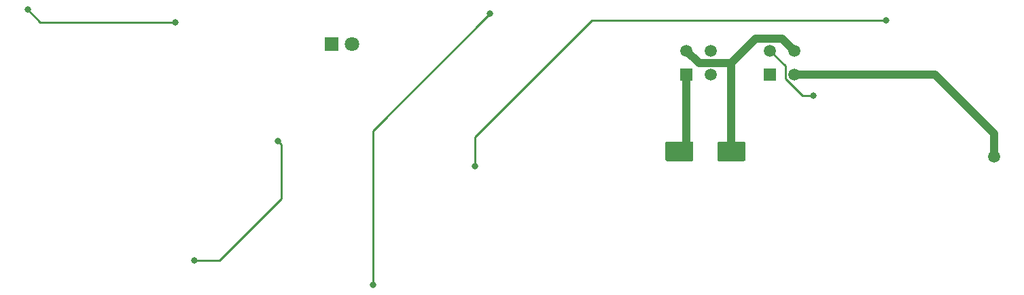
<source format=gbr>
%TF.GenerationSoftware,KiCad,Pcbnew,(5.1.6)-1*%
%TF.CreationDate,2020-11-25T09:57:01+11:00*%
%TF.ProjectId,ELEC Panel Panel PCB V1,454c4543-2050-4616-9e65-6c2050616e65,rev?*%
%TF.SameCoordinates,Original*%
%TF.FileFunction,Copper,L2,Bot*%
%TF.FilePolarity,Positive*%
%FSLAX46Y46*%
G04 Gerber Fmt 4.6, Leading zero omitted, Abs format (unit mm)*
G04 Created by KiCad (PCBNEW (5.1.6)-1) date 2020-11-25 09:57:01*
%MOMM*%
%LPD*%
G01*
G04 APERTURE LIST*
%TA.AperFunction,ComponentPad*%
%ADD10C,1.520000*%
%TD*%
%TA.AperFunction,ComponentPad*%
%ADD11R,1.520000X1.520000*%
%TD*%
%TA.AperFunction,ComponentPad*%
%ADD12C,1.800000*%
%TD*%
%TA.AperFunction,ComponentPad*%
%ADD13R,1.800000X1.800000*%
%TD*%
%TA.AperFunction,ViaPad*%
%ADD14C,1.500000*%
%TD*%
%TA.AperFunction,ViaPad*%
%ADD15C,0.800000*%
%TD*%
%TA.AperFunction,Conductor*%
%ADD16C,1.000000*%
%TD*%
%TA.AperFunction,Conductor*%
%ADD17C,0.250000*%
%TD*%
G04 APERTURE END LIST*
D10*
%TO.P,J2,4*%
%TO.N,/LEDGND*%
X131368999Y-121107001D03*
%TO.P,J2,3*%
%TO.N,/DATAOUT*%
X128369000Y-121107001D03*
%TO.P,J2,2*%
%TO.N,/LED+5V*%
X131368999Y-124107000D03*
D11*
%TO.P,J2,1*%
%TO.N,/DATALOOP*%
X128369000Y-124107000D03*
%TD*%
D10*
%TO.P,J1,4*%
%TO.N,/DATAIN*%
X120954999Y-121107001D03*
%TO.P,J1,3*%
%TO.N,/LEDGND*%
X117955000Y-121107001D03*
%TO.P,J1,2*%
%TO.N,/DATALOOP*%
X120954999Y-124107000D03*
D11*
%TO.P,J1,1*%
%TO.N,/LED+5V*%
X117955000Y-124107000D03*
%TD*%
D12*
%TO.P,D1,2*%
%TO.N,/LED+5V*%
X76225400Y-120294000D03*
D13*
%TO.P,D1,1*%
%TO.N,Net-(D1-Pad1)*%
X73685400Y-120294000D03*
%TD*%
%TO.P,C1,2*%
%TO.N,/LEDGND*%
%TA.AperFunction,SMDPad,CuDef*%
G36*
G01*
X121796000Y-134680000D02*
X121796000Y-132680000D01*
G75*
G02*
X122046000Y-132430000I250000J0D01*
G01*
X125046000Y-132430000D01*
G75*
G02*
X125296000Y-132680000I0J-250000D01*
G01*
X125296000Y-134680000D01*
G75*
G02*
X125046000Y-134930000I-250000J0D01*
G01*
X122046000Y-134930000D01*
G75*
G02*
X121796000Y-134680000I0J250000D01*
G01*
G37*
%TD.AperFunction*%
%TO.P,C1,1*%
%TO.N,/LED+5V*%
%TA.AperFunction,SMDPad,CuDef*%
G36*
G01*
X115296000Y-134680000D02*
X115296000Y-132680000D01*
G75*
G02*
X115546000Y-132430000I250000J0D01*
G01*
X118546000Y-132430000D01*
G75*
G02*
X118796000Y-132680000I0J-250000D01*
G01*
X118796000Y-134680000D01*
G75*
G02*
X118546000Y-134930000I-250000J0D01*
G01*
X115546000Y-134930000D01*
G75*
G02*
X115296000Y-134680000I0J250000D01*
G01*
G37*
%TD.AperFunction*%
%TD*%
D14*
%TO.N,/LED+5V*%
X156233600Y-134369900D03*
D15*
%TO.N,Net-(D4-Pad2)*%
X54276000Y-117566800D03*
X35845400Y-116002000D03*
%TO.N,Net-(D10-Pad4)*%
X67064900Y-132371000D03*
X56593400Y-147320000D03*
%TO.N,Net-(D10-Pad2)*%
X93469800Y-116482300D03*
X78862900Y-150326600D03*
%TO.N,Net-(D18-Pad2)*%
X142785000Y-117332100D03*
X91627800Y-135557500D03*
%TO.N,/DATAOUT*%
X133761100Y-126706800D03*
%TD*%
D16*
%TO.N,/LEDGND*%
X123546000Y-122646600D02*
X126570200Y-119622400D01*
X126570200Y-119622400D02*
X129884400Y-119622400D01*
X129884400Y-119622400D02*
X131369000Y-121107000D01*
X117955000Y-121107000D02*
X119494600Y-122646600D01*
X119494600Y-122646600D02*
X123546000Y-122646600D01*
X123546000Y-133680000D02*
X123546000Y-122646600D01*
%TO.N,/LED+5V*%
X131369000Y-124107000D02*
X148890900Y-124107000D01*
X148890900Y-124107000D02*
X156233600Y-131449700D01*
X156233600Y-131449700D02*
X156233600Y-134369900D01*
X117046000Y-133680000D02*
X117955000Y-132771000D01*
X117955000Y-132771000D02*
X117955000Y-124107000D01*
D17*
%TO.N,Net-(D4-Pad2)*%
X35845400Y-116002000D02*
X37410200Y-117566800D01*
X37410200Y-117566800D02*
X54276000Y-117566800D01*
%TO.N,Net-(D10-Pad4)*%
X56593400Y-147320000D02*
X59758900Y-147320000D01*
X59758900Y-147320000D02*
X67493000Y-139585900D01*
X67493000Y-139585900D02*
X67493000Y-132799100D01*
X67493000Y-132799100D02*
X67064900Y-132371000D01*
%TO.N,Net-(D10-Pad2)*%
X78862900Y-150326600D02*
X78862900Y-131089200D01*
X78862900Y-131089200D02*
X93469800Y-116482300D01*
%TO.N,Net-(D18-Pad2)*%
X91627800Y-135557500D02*
X91627800Y-131877100D01*
X91627800Y-131877100D02*
X106172800Y-117332100D01*
X106172800Y-117332100D02*
X142785000Y-117332100D01*
%TO.N,/DATAOUT*%
X133761100Y-126706800D02*
X132430000Y-126706800D01*
X132430000Y-126706800D02*
X130283600Y-124560400D01*
X130283600Y-124560400D02*
X130283600Y-123021600D01*
X130283600Y-123021600D02*
X128369000Y-121107000D01*
%TD*%
M02*

</source>
